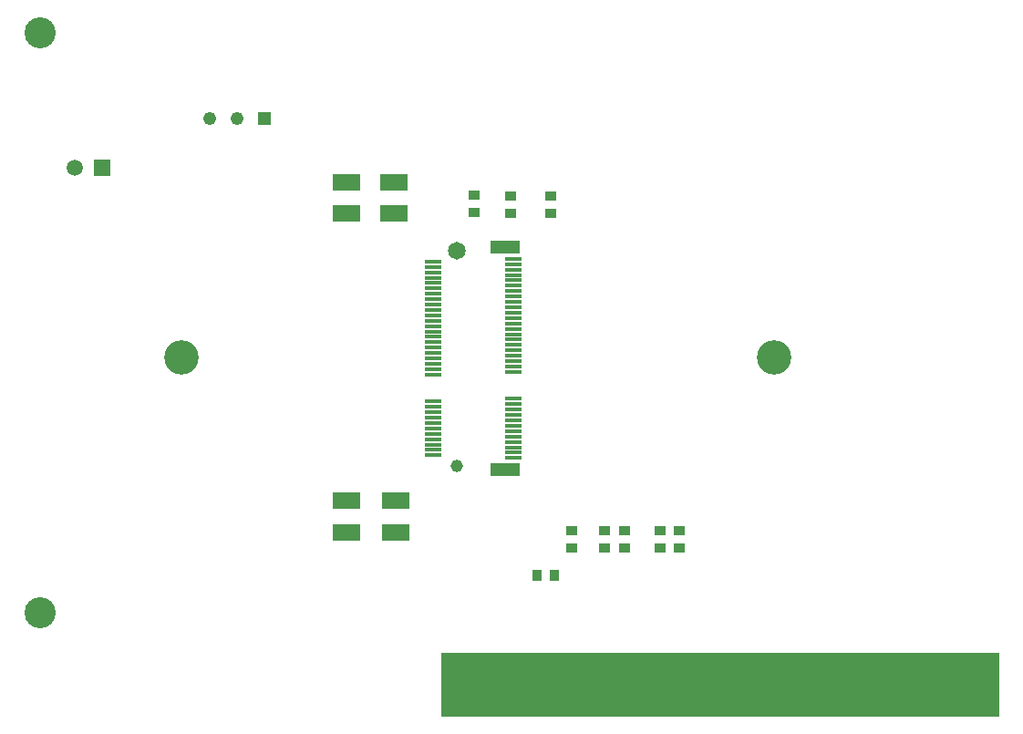
<source format=gbs>
G04*
G04 #@! TF.GenerationSoftware,Altium Limited,Altium Designer,20.0.13 (296)*
G04*
G04 Layer_Color=16711935*
%FSLAX44Y44*%
%MOMM*%
G71*
G01*
G75*
%ADD12R,51.8000X5.9750*%
%ADD13R,0.7000X4.2000*%
%ADD14R,0.7000X3.2000*%
%ADD15C,1.6500*%
%ADD16C,1.1500*%
%ADD17C,1.2180*%
%ADD18R,1.2180X1.2180*%
%ADD19R,1.5000X1.5000*%
%ADD20C,1.5000*%
%ADD21C,2.8800*%
%ADD22C,3.2000*%
%ADD36R,2.7500X1.2000*%
%ADD37R,1.5500X0.3000*%
%ADD42R,1.0200X0.8200*%
%ADD43R,0.8200X1.0200*%
%ADD44R,2.5200X1.6200*%
D12*
X706500Y27375D02*
D03*
D13*
X706500Y35000D02*
D03*
X686500D02*
D03*
X656500D02*
D03*
X786500D02*
D03*
X756500D02*
D03*
X726500D02*
D03*
X736500D02*
D03*
X776500D02*
D03*
X746500D02*
D03*
X676500D02*
D03*
X696500D02*
D03*
X766500D02*
D03*
X666500D02*
D03*
X716500D02*
D03*
X636500D02*
D03*
X536500D02*
D03*
X626500D02*
D03*
X596500D02*
D03*
X466500D02*
D03*
X486500D02*
D03*
X556500D02*
D03*
X526500D02*
D03*
X586500D02*
D03*
X616500D02*
D03*
X506500D02*
D03*
X516500D02*
D03*
X546500D02*
D03*
X476500D02*
D03*
X496500D02*
D03*
X606500D02*
D03*
X646500D02*
D03*
X816500D02*
D03*
X866500D02*
D03*
X856500D02*
D03*
X946500D02*
D03*
X886500D02*
D03*
X836500D02*
D03*
X896500D02*
D03*
X806500D02*
D03*
X906500D02*
D03*
X796500D02*
D03*
X926500D02*
D03*
X826500D02*
D03*
X876500D02*
D03*
X916500D02*
D03*
X846500D02*
D03*
X936500D02*
D03*
X956500D02*
D03*
D14*
X456500Y40000D02*
D03*
D15*
X462250Y430000D02*
D03*
D16*
Y230000D02*
D03*
D17*
X232300Y553170D02*
D03*
X257700D02*
D03*
D18*
X283100D02*
D03*
D19*
X133070Y507450D02*
D03*
D20*
X107670D02*
D03*
D21*
X75000Y93500D02*
D03*
Y632500D02*
D03*
D22*
X206520Y330520D02*
D03*
X756520D02*
D03*
D36*
X507250Y433500D02*
D03*
Y226500D02*
D03*
D37*
X514500Y422500D02*
D03*
X440000Y420000D02*
D03*
X514500Y417500D02*
D03*
X440000Y415000D02*
D03*
X514500Y412500D02*
D03*
X440000Y410000D02*
D03*
X514500Y407500D02*
D03*
X440000Y405000D02*
D03*
X514500Y402500D02*
D03*
X440000Y400000D02*
D03*
X514500Y397500D02*
D03*
X440000Y395000D02*
D03*
X514500Y392500D02*
D03*
X440000Y390000D02*
D03*
X514500Y387500D02*
D03*
X440000Y385000D02*
D03*
X514500Y382500D02*
D03*
X440000Y380000D02*
D03*
X514500Y377500D02*
D03*
X440000Y375000D02*
D03*
X514500Y372500D02*
D03*
X440000Y370000D02*
D03*
X514500Y367500D02*
D03*
X440000Y365000D02*
D03*
X514500Y362500D02*
D03*
X440000Y360000D02*
D03*
X514500Y357500D02*
D03*
X440000Y355000D02*
D03*
X514500Y352500D02*
D03*
X440000Y350000D02*
D03*
X514500Y347500D02*
D03*
X440000Y345000D02*
D03*
X514500Y342500D02*
D03*
X440000Y340000D02*
D03*
X514500Y337500D02*
D03*
X440000Y335000D02*
D03*
X514500Y332500D02*
D03*
X440000Y330000D02*
D03*
X514500Y327500D02*
D03*
X440000Y325000D02*
D03*
X514500Y322500D02*
D03*
X440000Y320000D02*
D03*
X514500Y317500D02*
D03*
X440000Y315000D02*
D03*
X514500Y292500D02*
D03*
X440000Y290000D02*
D03*
X514500Y287500D02*
D03*
X440000Y285000D02*
D03*
X514500Y282500D02*
D03*
X440000Y280000D02*
D03*
X514500Y277500D02*
D03*
X440000Y275000D02*
D03*
X514500Y272500D02*
D03*
X440000Y270000D02*
D03*
X514500Y267500D02*
D03*
X440000Y265000D02*
D03*
X514500Y262500D02*
D03*
X440000Y260000D02*
D03*
X514500Y257500D02*
D03*
X440000Y255000D02*
D03*
X514500Y252500D02*
D03*
X440000Y250000D02*
D03*
X514500Y247500D02*
D03*
X440000Y245000D02*
D03*
X514500Y242500D02*
D03*
X440000Y240000D02*
D03*
X514500Y237500D02*
D03*
D42*
X617740Y154200D02*
D03*
Y170200D02*
D03*
X599350Y154200D02*
D03*
Y170200D02*
D03*
X568430Y154250D02*
D03*
Y170250D02*
D03*
X549550Y480580D02*
D03*
Y464580D02*
D03*
X511950Y464930D02*
D03*
Y480930D02*
D03*
X478570Y465630D02*
D03*
Y481630D02*
D03*
X650810Y154200D02*
D03*
Y170200D02*
D03*
X668680Y154200D02*
D03*
Y170200D02*
D03*
D43*
X536690Y128210D02*
D03*
X552690D02*
D03*
D44*
X359860Y168650D02*
D03*
Y197650D02*
D03*
X405500Y168650D02*
D03*
Y197650D02*
D03*
X359860Y493610D02*
D03*
Y464610D02*
D03*
X404120Y493610D02*
D03*
Y464610D02*
D03*
M02*

</source>
